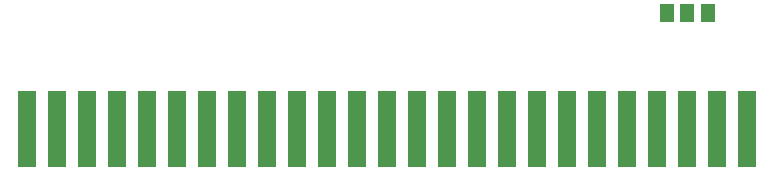
<source format=gbr>
G04 EAGLE Gerber RS-274X export*
G75*
%MOMM*%
%FSLAX34Y34*%
%LPD*%
%INSolderpaste Top*%
%IPPOS*%
%AMOC8*
5,1,8,0,0,1.08239X$1,22.5*%
G01*
%ADD10R,1.524000X6.477000*%
%ADD11R,1.300000X1.500000*%


D10*
X520700Y44577D03*
X546100Y44577D03*
X571500Y44577D03*
X596900Y44577D03*
X622300Y44577D03*
X647700Y44577D03*
X673100Y44577D03*
X698500Y44577D03*
X723900Y44577D03*
X749300Y44577D03*
X774700Y44577D03*
X800100Y44577D03*
X825500Y44577D03*
X850900Y44577D03*
X876300Y44577D03*
X901700Y44577D03*
X927100Y44577D03*
X952500Y44577D03*
X977900Y44577D03*
X1003300Y44577D03*
X1028700Y44577D03*
X1054100Y44577D03*
X1079500Y44577D03*
X1104900Y44577D03*
X1130300Y44577D03*
D11*
X1062500Y142875D03*
X1079500Y142875D03*
X1096500Y142875D03*
M02*

</source>
